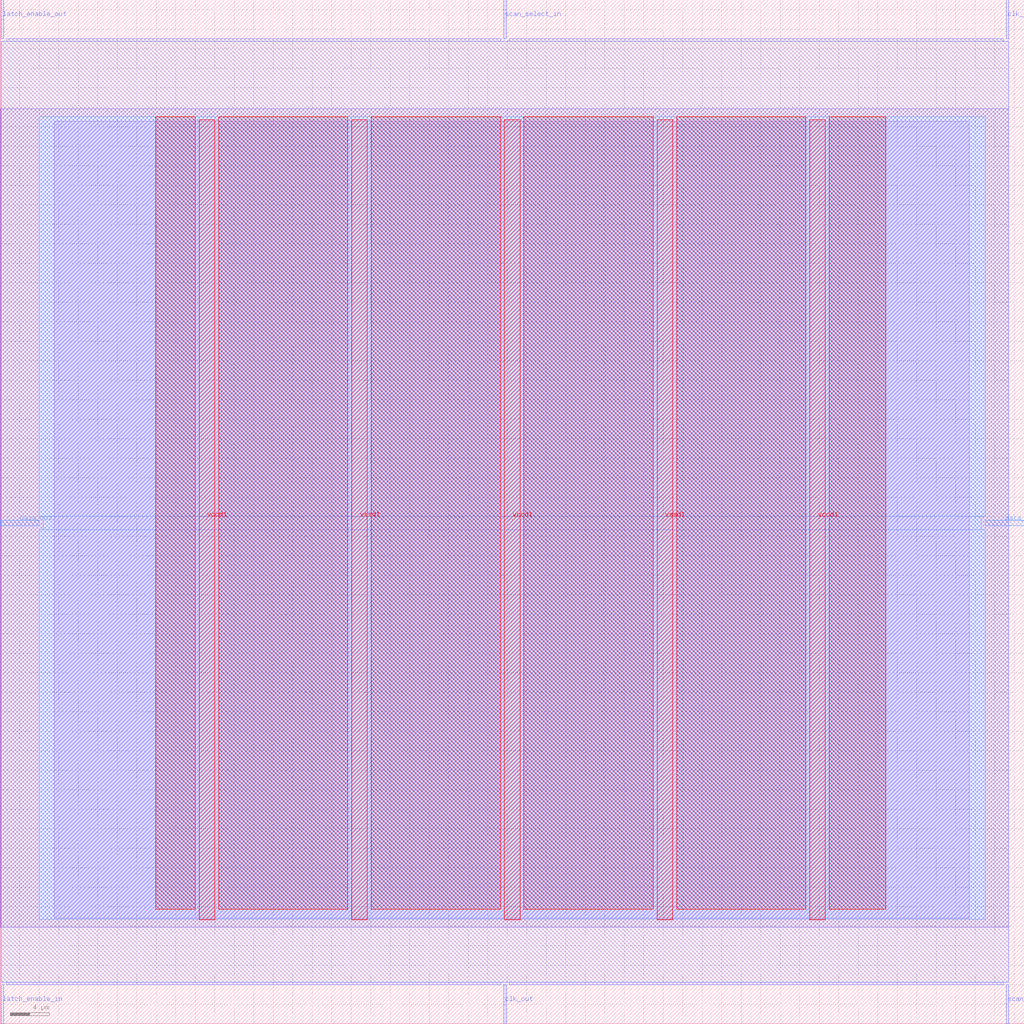
<source format=lef>
VERSION 5.7 ;
  NOWIREEXTENSIONATPIN ON ;
  DIVIDERCHAR "/" ;
  BUSBITCHARS "[]" ;
MACRO scan_wrapper_341419328215712339
  CLASS BLOCK ;
  FOREIGN scan_wrapper_341419328215712339 ;
  ORIGIN 0.000 0.000 ;
  SIZE 105.000 BY 105.000 ;
  PIN clk_in
    DIRECTION INPUT ;
    USE SIGNAL ;
    PORT
      LAYER met2 ;
        RECT 103.130 101.000 103.410 105.000 ;
    END
  END clk_in
  PIN clk_out
    DIRECTION OUTPUT TRISTATE ;
    USE SIGNAL ;
    PORT
      LAYER met2 ;
        RECT 51.610 0.000 51.890 4.000 ;
    END
  END clk_out
  PIN data_in
    DIRECTION INPUT ;
    USE SIGNAL ;
    PORT
      LAYER met3 ;
        RECT 101.000 51.040 105.000 51.640 ;
    END
  END data_in
  PIN data_out
    DIRECTION OUTPUT TRISTATE ;
    USE SIGNAL ;
    PORT
      LAYER met3 ;
        RECT 0.000 51.040 4.000 51.640 ;
    END
  END data_out
  PIN latch_enable_in
    DIRECTION INPUT ;
    USE SIGNAL ;
    PORT
      LAYER met2 ;
        RECT 0.090 0.000 0.370 4.000 ;
    END
  END latch_enable_in
  PIN latch_enable_out
    DIRECTION OUTPUT TRISTATE ;
    USE SIGNAL ;
    PORT
      LAYER met2 ;
        RECT 0.090 101.000 0.370 105.000 ;
    END
  END latch_enable_out
  PIN scan_select_in
    DIRECTION INPUT ;
    USE SIGNAL ;
    PORT
      LAYER met2 ;
        RECT 51.610 101.000 51.890 105.000 ;
    END
  END scan_select_in
  PIN scan_select_out
    DIRECTION OUTPUT TRISTATE ;
    USE SIGNAL ;
    PORT
      LAYER met2 ;
        RECT 103.130 0.000 103.410 4.000 ;
    END
  END scan_select_out
  PIN vccd1
    DIRECTION INPUT ;
    USE POWER ;
    PORT
      LAYER met4 ;
        RECT 20.380 10.640 21.980 92.720 ;
    END
    PORT
      LAYER met4 ;
        RECT 51.700 10.640 53.300 92.720 ;
    END
    PORT
      LAYER met4 ;
        RECT 83.020 10.640 84.620 92.720 ;
    END
  END vccd1
  PIN vssd1
    DIRECTION INPUT ;
    USE GROUND ;
    PORT
      LAYER met4 ;
        RECT 36.040 10.640 37.640 92.720 ;
    END
    PORT
      LAYER met4 ;
        RECT 67.360 10.640 68.960 92.720 ;
    END
  END vssd1
  OBS
      LAYER li1 ;
        RECT 5.520 10.795 99.360 92.565 ;
      LAYER met1 ;
        RECT 0.070 9.900 103.430 93.800 ;
      LAYER met2 ;
        RECT 0.650 100.720 51.330 101.000 ;
        RECT 52.170 100.720 102.850 101.000 ;
        RECT 0.100 4.280 103.400 100.720 ;
        RECT 0.650 4.000 51.330 4.280 ;
        RECT 52.170 4.000 102.850 4.280 ;
      LAYER met3 ;
        RECT 4.000 52.040 101.000 92.985 ;
        RECT 4.400 50.640 100.600 52.040 ;
        RECT 4.000 10.715 101.000 50.640 ;
      LAYER met4 ;
        RECT 15.935 11.735 19.980 92.985 ;
        RECT 22.380 11.735 35.640 92.985 ;
        RECT 38.040 11.735 51.300 92.985 ;
        RECT 53.700 11.735 66.960 92.985 ;
        RECT 69.360 11.735 82.620 92.985 ;
        RECT 85.020 11.735 90.785 92.985 ;
  END
END scan_wrapper_341419328215712339
END LIBRARY


</source>
